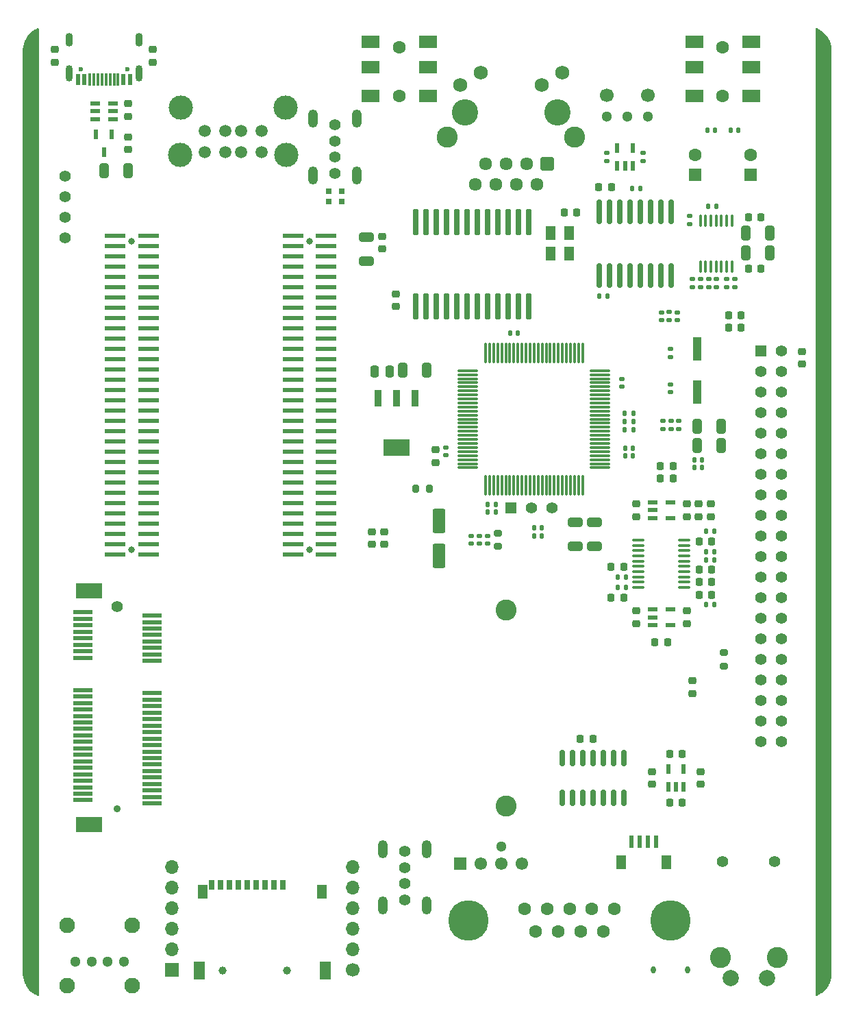
<source format=gts>
G04 #@! TF.GenerationSoftware,KiCad,Pcbnew,9.0.0*
G04 #@! TF.CreationDate,2025-03-14T14:49:40-04:00*
G04 #@! TF.ProjectId,MiniCamel_long_rev.A,4d696e69-4361-46d6-956c-5f6c6f6e675f,2.1*
G04 #@! TF.SameCoordinates,PX16e3600PY6052340*
G04 #@! TF.FileFunction,Soldermask,Top*
G04 #@! TF.FilePolarity,Negative*
%FSLAX46Y46*%
G04 Gerber Fmt 4.6, Leading zero omitted, Abs format (unit mm)*
G04 Created by KiCad (PCBNEW 9.0.0) date 2025-03-14 14:49:40*
%MOMM*%
%LPD*%
G01*
G04 APERTURE LIST*
G04 Aperture macros list*
%AMRoundRect*
0 Rectangle with rounded corners*
0 $1 Rounding radius*
0 $2 $3 $4 $5 $6 $7 $8 $9 X,Y pos of 4 corners*
0 Add a 4 corners polygon primitive as box body*
4,1,4,$2,$3,$4,$5,$6,$7,$8,$9,$2,$3,0*
0 Add four circle primitives for the rounded corners*
1,1,$1+$1,$2,$3*
1,1,$1+$1,$4,$5*
1,1,$1+$1,$6,$7*
1,1,$1+$1,$8,$9*
0 Add four rect primitives between the rounded corners*
20,1,$1+$1,$2,$3,$4,$5,0*
20,1,$1+$1,$4,$5,$6,$7,0*
20,1,$1+$1,$6,$7,$8,$9,0*
20,1,$1+$1,$8,$9,$2,$3,0*%
G04 Aperture macros list end*
%ADD10RoundRect,0.250000X0.650000X-0.325000X0.650000X0.325000X-0.650000X0.325000X-0.650000X-0.325000X0*%
%ADD11RoundRect,0.225000X-0.225000X-0.250000X0.225000X-0.250000X0.225000X0.250000X-0.225000X0.250000X0*%
%ADD12RoundRect,0.140000X-0.170000X0.140000X-0.170000X-0.140000X0.170000X-0.140000X0.170000X0.140000X0*%
%ADD13RoundRect,0.140000X0.140000X0.170000X-0.140000X0.170000X-0.140000X-0.170000X0.140000X-0.170000X0*%
%ADD14RoundRect,0.225000X-0.250000X0.225000X-0.250000X-0.225000X0.250000X-0.225000X0.250000X0.225000X0*%
%ADD15C,2.000000*%
%ADD16C,2.600000*%
%ADD17R,1.600000X1.600000*%
%ADD18C,1.600000*%
%ADD19RoundRect,0.225000X0.225000X0.250000X-0.225000X0.250000X-0.225000X-0.250000X0.225000X-0.250000X0*%
%ADD20RoundRect,0.135000X-0.135000X-0.185000X0.135000X-0.185000X0.135000X0.185000X-0.135000X0.185000X0*%
%ADD21R,2.200000X1.600000*%
%ADD22RoundRect,0.135000X-0.185000X0.135000X-0.185000X-0.135000X0.185000X-0.135000X0.185000X0.135000X0*%
%ADD23RoundRect,0.135000X0.185000X-0.135000X0.185000X0.135000X-0.185000X0.135000X-0.185000X-0.135000X0*%
%ADD24RoundRect,0.100000X-0.100000X0.637500X-0.100000X-0.637500X0.100000X-0.637500X0.100000X0.637500X0*%
%ADD25RoundRect,0.225000X0.250000X-0.225000X0.250000X0.225000X-0.250000X0.225000X-0.250000X-0.225000X0*%
%ADD26RoundRect,0.162500X0.162500X-1.462500X0.162500X1.462500X-0.162500X1.462500X-0.162500X-1.462500X0*%
%ADD27R,0.600000X1.200000*%
%ADD28RoundRect,0.200000X-0.200000X-0.275000X0.200000X-0.275000X0.200000X0.275000X-0.200000X0.275000X0*%
%ADD29RoundRect,0.140000X0.170000X-0.140000X0.170000X0.140000X-0.170000X0.140000X-0.170000X-0.140000X0*%
%ADD30C,1.397000*%
%ADD31C,1.300000*%
%ADD32C,1.700000*%
%ADD33R,1.200000X0.600000*%
%ADD34R,1.000000X3.000000*%
%ADD35R,1.700000X1.700000*%
%ADD36O,1.700000X1.700000*%
%ADD37RoundRect,0.140000X-0.140000X-0.170000X0.140000X-0.170000X0.140000X0.170000X-0.140000X0.170000X0*%
%ADD38R,0.950000X2.150000*%
%ADD39R,3.250000X2.150000*%
%ADD40RoundRect,0.135000X0.135000X0.185000X-0.135000X0.185000X-0.135000X-0.185000X0.135000X-0.185000X0*%
%ADD41RoundRect,0.100000X0.637500X0.100000X-0.637500X0.100000X-0.637500X-0.100000X0.637500X-0.100000X0*%
%ADD42C,1.400000*%
%ADD43C,0.900000*%
%ADD44R,2.400000X0.600000*%
%ADD45R,3.200000X1.900000*%
%ADD46RoundRect,0.162500X0.162500X-1.337500X0.162500X1.337500X-0.162500X1.337500X-0.162500X-1.337500X0*%
%ADD47R,1.530000X1.530000*%
%ADD48C,1.550000*%
%ADD49RoundRect,0.250000X0.550000X-1.250000X0.550000X1.250000X-0.550000X1.250000X-0.550000X-1.250000X0*%
%ADD50RoundRect,0.075000X-0.075000X1.162500X-0.075000X-1.162500X0.075000X-1.162500X0.075000X1.162500X0*%
%ADD51RoundRect,0.075000X-1.162500X0.075000X-1.162500X-0.075000X1.162500X-0.075000X1.162500X0.075000X0*%
%ADD52R,1.397000X1.397000*%
%ADD53R,0.700000X0.700000*%
%ADD54C,1.420000*%
%ADD55O,1.250000X2.250000*%
%ADD56R,1.300000X1.800000*%
%ADD57R,1.200000X1.800000*%
%ADD58R,0.600000X1.550000*%
%ADD59C,3.250000*%
%ADD60RoundRect,0.102000X-0.704000X-0.704000X0.704000X-0.704000X0.704000X0.704000X-0.704000X0.704000X0*%
%ADD61C,1.612000*%
%ADD62C,1.734000*%
%ADD63C,2.604000*%
%ADD64RoundRect,0.200000X0.275000X-0.200000X0.275000X0.200000X-0.275000X0.200000X-0.275000X-0.200000X0*%
%ADD65C,0.800000*%
%ADD66R,2.600000X0.630000*%
%ADD67C,0.600000*%
%ADD68R,0.600000X1.440000*%
%ADD69R,0.300000X1.500000*%
%ADD70O,0.900000X2.000000*%
%ADD71O,0.900000X1.700000*%
%ADD72RoundRect,0.250000X0.325000X0.650000X-0.325000X0.650000X-0.325000X-0.650000X0.325000X-0.650000X0*%
%ADD73RoundRect,0.150000X-0.150000X0.825000X-0.150000X-0.825000X0.150000X-0.825000X0.150000X0.825000X0*%
%ADD74C,1.000000*%
%ADD75R,0.700000X1.300000*%
%ADD76R,1.400000X2.200000*%
%ADD77R,1.200000X1.700000*%
%ADD78RoundRect,0.250000X0.250000X0.475000X-0.250000X0.475000X-0.250000X-0.475000X0.250000X-0.475000X0*%
%ADD79RoundRect,0.250000X-0.325000X-0.650000X0.325000X-0.650000X0.325000X0.650000X-0.325000X0.650000X0*%
%ADD80C,1.500000*%
%ADD81C,3.000000*%
%ADD82C,5.000000*%
%ADD83RoundRect,0.250000X-0.650000X0.325000X-0.650000X-0.325000X0.650000X-0.325000X0.650000X0.325000X0*%
%ADD84C,1.950000*%
%ADD85O,0.600000X0.900000*%
G04 APERTURE END LIST*
D10*
X83900000Y5635000D03*
X83900000Y8585000D03*
D11*
X95595000Y-19990000D03*
X97145000Y-19990000D03*
D12*
X73064871Y6910000D03*
X73064871Y5950000D03*
D13*
X74070000Y10830000D03*
X73110000Y10830000D03*
D14*
X100710000Y10860000D03*
X100710000Y9310000D03*
D15*
X103108524Y-47670025D03*
X107608524Y-47670025D03*
D16*
X101858524Y-45170025D03*
X108858524Y-45170025D03*
D17*
X98740000Y51500000D03*
D18*
X98740000Y54000000D03*
D19*
X86075000Y-18180000D03*
X84525000Y-18180000D03*
D20*
X100060000Y-1590000D03*
X101080000Y-1590000D03*
D13*
X99585000Y16325000D03*
X98625000Y16325000D03*
D18*
X62170000Y67280000D03*
X62170000Y61280000D03*
D21*
X58620000Y64780000D03*
X65720000Y64780000D03*
X58620000Y67980000D03*
X65720000Y67980000D03*
X58620000Y61280000D03*
X65720000Y61280000D03*
D22*
X87840000Y54250000D03*
X87840000Y53230000D03*
D14*
X111950000Y29695000D03*
X111950000Y28145000D03*
D23*
X96740000Y20070000D03*
X96740000Y21090000D03*
D12*
X67940000Y17830000D03*
X67940000Y16870000D03*
D20*
X90050000Y22020000D03*
X91070000Y22020000D03*
D23*
X92300000Y53230000D03*
X92300000Y54250000D03*
D11*
X88340000Y3120000D03*
X89890000Y3120000D03*
D13*
X76820000Y31960000D03*
X75860000Y31960000D03*
D24*
X103290090Y45862500D03*
X102640090Y45862500D03*
X101990090Y45862500D03*
X101340090Y45862500D03*
X100690090Y45862500D03*
X100040090Y45862500D03*
X99390090Y45862500D03*
X99390090Y40137500D03*
X100040090Y40137500D03*
X100690090Y40137500D03*
X101340090Y40137500D03*
X101990090Y40137500D03*
X102640090Y40137500D03*
X103290090Y40137500D03*
D25*
X97675000Y9310000D03*
X97675000Y10860000D03*
D26*
X64220000Y35240000D03*
X65490000Y35240000D03*
X66760000Y35240000D03*
X68030000Y35240000D03*
X69300000Y35240000D03*
X70570000Y35240000D03*
X71840000Y35240000D03*
X73110000Y35240000D03*
X74380000Y35240000D03*
X75650000Y35240000D03*
X76920000Y35240000D03*
X78190000Y35240000D03*
X78190000Y45690000D03*
X76920000Y45690000D03*
X75650000Y45690000D03*
X74380000Y45690000D03*
X73110000Y45690000D03*
X71840000Y45690000D03*
X70570000Y45690000D03*
X69300000Y45690000D03*
X68030000Y45690000D03*
X66760000Y45690000D03*
X65490000Y45690000D03*
X64220000Y45690000D03*
D22*
X103650000Y38670000D03*
X103650000Y37650000D03*
D27*
X89120000Y52640000D03*
X90070000Y52640000D03*
X91020000Y52640000D03*
X91020000Y54840000D03*
X89120000Y54840000D03*
D28*
X64205000Y12740000D03*
X65855000Y12740000D03*
D29*
X95680000Y29020000D03*
X95680000Y29980000D03*
D25*
X61720000Y35255000D03*
X61720000Y36805000D03*
D30*
X20800000Y43710000D03*
X20800000Y46250000D03*
X20800000Y48790000D03*
X20800000Y51330000D03*
D31*
X92930000Y58710000D03*
X90390000Y58710000D03*
X87850000Y58710000D03*
D32*
X92930000Y61330000D03*
X87850000Y61330000D03*
D33*
X93447500Y-2185000D03*
X93447500Y-3135000D03*
X93447500Y-4085000D03*
X95647500Y-4085000D03*
X95647500Y-2185000D03*
X93447500Y11035000D03*
X93447500Y10085000D03*
X93447500Y9135000D03*
X95647500Y9135000D03*
X95647500Y11035000D03*
D13*
X99585000Y15350000D03*
X98625000Y15350000D03*
D12*
X98060000Y46420000D03*
X98060000Y45460000D03*
D25*
X31687500Y65445000D03*
X31687500Y66995000D03*
D19*
X89895000Y-710000D03*
X88345000Y-710000D03*
X96000000Y15510000D03*
X94450000Y15510000D03*
D25*
X28600000Y58745000D03*
X28600000Y60295000D03*
D18*
X102160000Y67280000D03*
X102160000Y61280000D03*
D21*
X98610000Y64780000D03*
X105710000Y64780000D03*
X98610000Y67980000D03*
X105710000Y67980000D03*
X98610000Y61280000D03*
X105710000Y61280000D03*
D11*
X102865000Y34150000D03*
X104415000Y34150000D03*
D34*
X98970000Y24660000D03*
X98970000Y30000000D03*
D35*
X34057270Y-46659968D03*
D36*
X34057270Y-44119968D03*
X34057270Y-41579968D03*
X34057270Y-39039968D03*
X34057270Y-36499968D03*
X34057270Y-33959968D03*
D32*
X56407270Y-46659968D03*
D36*
X56407270Y-44119968D03*
X56407270Y-41579968D03*
X56407270Y-39039968D03*
X56407270Y-36499968D03*
X56407270Y-33959968D03*
D22*
X95540000Y34570000D03*
X95540000Y33550000D03*
D37*
X73110000Y9850000D03*
X74070000Y9850000D03*
D25*
X97675000Y-3910000D03*
X97675000Y-2360000D03*
D12*
X101380000Y38620000D03*
X101380000Y37660000D03*
D38*
X64110000Y23910000D03*
X61810000Y23910000D03*
D39*
X61810000Y17860000D03*
D38*
X59510000Y23910000D03*
D40*
X90200000Y550000D03*
X89180000Y550000D03*
D19*
X96000000Y13990000D03*
X94450000Y13990000D03*
D37*
X90080000Y16770000D03*
X91040000Y16770000D03*
D20*
X100060000Y3970000D03*
X101080000Y3970000D03*
D19*
X88385000Y49960000D03*
X86835000Y49960000D03*
D41*
X97410000Y550000D03*
X97410000Y1200000D03*
X97410000Y1850000D03*
X97410000Y2500000D03*
X97410000Y3150000D03*
X97410000Y3800000D03*
X97410000Y4450000D03*
X97410000Y5100000D03*
X97410000Y5750000D03*
X97410000Y6400000D03*
X91685000Y6400000D03*
X91685000Y5750000D03*
X91685000Y5100000D03*
X91685000Y4450000D03*
X91685000Y3800000D03*
X91685000Y3150000D03*
X91685000Y2500000D03*
X91685000Y1850000D03*
X91685000Y1200000D03*
X91685000Y550000D03*
D42*
X27310000Y-1830000D03*
D16*
X75360000Y-2230000D03*
X75360000Y-26430000D03*
D43*
X27310000Y-26830000D03*
D44*
X23010000Y-2530000D03*
X31610000Y-2930000D03*
X23010000Y-3330000D03*
X31610000Y-3730000D03*
X23010000Y-4130000D03*
X31610000Y-4530000D03*
X23010000Y-4930000D03*
X31610000Y-5330000D03*
X23010000Y-5730000D03*
X31610000Y-6130000D03*
X23010000Y-6530000D03*
X31610000Y-6930000D03*
X23010000Y-7330000D03*
X31610000Y-7730000D03*
X23010000Y-8130000D03*
X31610000Y-8530000D03*
X23010000Y-12130000D03*
X31610000Y-12530000D03*
X23010000Y-12930000D03*
X31610000Y-13330000D03*
X23010000Y-13730000D03*
X31610000Y-14130000D03*
X23010000Y-14530000D03*
X31610000Y-14930000D03*
X23010000Y-15330000D03*
X31610000Y-15730000D03*
X23010000Y-16130000D03*
X31610000Y-16530000D03*
X23010000Y-16930000D03*
X31610000Y-17330000D03*
X23010000Y-17730000D03*
X31610000Y-18130000D03*
X23010000Y-18530000D03*
X31610000Y-18930000D03*
X23010000Y-19330000D03*
X31610000Y-19730000D03*
X23010000Y-20130000D03*
X31610000Y-20530000D03*
X23010000Y-20930000D03*
X31610000Y-21330000D03*
X23010000Y-21730000D03*
X31610000Y-22130000D03*
X23010000Y-22530000D03*
X31610000Y-22930000D03*
X23010000Y-23330000D03*
X31610000Y-23730000D03*
X23010000Y-24130000D03*
X31610000Y-24530000D03*
X23010000Y-24930000D03*
X31610000Y-25330000D03*
X23010000Y-25730000D03*
X31610000Y-26130000D03*
D45*
X23810000Y120000D03*
X23810000Y-28780000D03*
D46*
X86855000Y39050000D03*
X88125000Y39050000D03*
X89395000Y39050000D03*
X90665000Y39050000D03*
X91935000Y39050000D03*
X93205000Y39050000D03*
X94475000Y39050000D03*
X95745000Y39050000D03*
X95745000Y46950000D03*
X94475000Y46950000D03*
X93205000Y46950000D03*
X91935000Y46950000D03*
X90665000Y46950000D03*
X89395000Y46950000D03*
X88125000Y46950000D03*
X86855000Y46950000D03*
D25*
X91420000Y-3910000D03*
X91420000Y-2360000D03*
D19*
X106890000Y46275000D03*
X105340000Y46275000D03*
D12*
X96530000Y34540000D03*
X96530000Y33580000D03*
D27*
X26590000Y56510000D03*
X25640000Y54310000D03*
X24690000Y56510000D03*
D30*
X102087600Y-33302400D03*
X108590000Y-33302400D03*
D25*
X91420000Y9310000D03*
X91420000Y10860000D03*
D31*
X74740000Y-31430000D03*
D47*
X69660000Y-33590000D03*
D48*
X72200000Y-33590000D03*
X74740000Y-33590000D03*
X77280000Y-33590000D03*
D19*
X106890000Y39950000D03*
X105340000Y39950000D03*
D49*
X67075000Y4404000D03*
X67075000Y8804000D03*
D25*
X60300000Y5850000D03*
X60300000Y7400000D03*
D37*
X78830000Y6900000D03*
X79790000Y6900000D03*
D50*
X84822500Y29492500D03*
X84322500Y29492500D03*
X83822500Y29492500D03*
X83322500Y29492500D03*
X82822500Y29492500D03*
X82322500Y29492500D03*
X81822500Y29492500D03*
X81322500Y29492500D03*
X80822500Y29492500D03*
X80322500Y29492500D03*
X79822500Y29492500D03*
X79322500Y29492500D03*
X78822500Y29492500D03*
X78322500Y29492500D03*
X77822500Y29492500D03*
X77322500Y29492500D03*
X76822500Y29492500D03*
X76322500Y29492500D03*
X75822500Y29492500D03*
X75322500Y29492500D03*
X74822500Y29492500D03*
X74322500Y29492500D03*
X73822500Y29492500D03*
X73322500Y29492500D03*
X72822500Y29492500D03*
D51*
X70660000Y27330000D03*
X70660000Y26830000D03*
X70660000Y26330000D03*
X70660000Y25830000D03*
X70660000Y25330000D03*
X70660000Y24830000D03*
X70660000Y24330000D03*
X70660000Y23830000D03*
X70660000Y23330000D03*
X70660000Y22830000D03*
X70660000Y22330000D03*
X70660000Y21830000D03*
X70660000Y21330000D03*
X70660000Y20830000D03*
X70660000Y20330000D03*
X70660000Y19830000D03*
X70660000Y19330000D03*
X70660000Y18830000D03*
X70660000Y18330000D03*
X70660000Y17830000D03*
X70660000Y17330000D03*
X70660000Y16830000D03*
X70660000Y16330000D03*
X70660000Y15830000D03*
X70660000Y15330000D03*
D50*
X72822500Y13167500D03*
X73322500Y13167500D03*
X73822500Y13167500D03*
X74322500Y13167500D03*
X74822500Y13167500D03*
X75322500Y13167500D03*
X75822500Y13167500D03*
X76322500Y13167500D03*
X76822500Y13167500D03*
X77322500Y13167500D03*
X77822500Y13167500D03*
X78322500Y13167500D03*
X78822500Y13167500D03*
X79322500Y13167500D03*
X79822500Y13167500D03*
X80322500Y13167500D03*
X80822500Y13167500D03*
X81322500Y13167500D03*
X81822500Y13167500D03*
X82322500Y13167500D03*
X82822500Y13167500D03*
X83322500Y13167500D03*
X83822500Y13167500D03*
X84322500Y13167500D03*
X84822500Y13167500D03*
D51*
X86985000Y15330000D03*
X86985000Y15830000D03*
X86985000Y16330000D03*
X86985000Y16830000D03*
X86985000Y17330000D03*
X86985000Y17830000D03*
X86985000Y18330000D03*
X86985000Y18830000D03*
X86985000Y19330000D03*
X86985000Y19830000D03*
X86985000Y20330000D03*
X86985000Y20830000D03*
X86985000Y21330000D03*
X86985000Y21830000D03*
X86985000Y22330000D03*
X86985000Y22830000D03*
X86985000Y23330000D03*
X86985000Y23830000D03*
X86985000Y24330000D03*
X86985000Y24830000D03*
X86985000Y25330000D03*
X86985000Y25830000D03*
X86985000Y26330000D03*
X86985000Y26830000D03*
X86985000Y27330000D03*
D40*
X91930000Y49820000D03*
X90910000Y49820000D03*
D52*
X106830000Y29730000D03*
D30*
X109370000Y29730000D03*
X106830000Y27190000D03*
X109370000Y27190000D03*
X106830000Y24650000D03*
X109370000Y24650000D03*
X106830000Y22110000D03*
X109370000Y22110000D03*
X106830000Y19570000D03*
X109370000Y19570000D03*
X106830000Y17030000D03*
X109370000Y17030000D03*
X106830000Y14490000D03*
X109370000Y14490000D03*
X106830000Y11950000D03*
X109370000Y11950000D03*
X106830000Y9410000D03*
X109370000Y9410000D03*
X106830000Y6870000D03*
X109370000Y6870000D03*
X106830000Y4330000D03*
X109370000Y4330000D03*
X106830000Y1790000D03*
X109370000Y1790000D03*
X106830000Y-750000D03*
X109370000Y-750000D03*
X106830000Y-3290000D03*
X109370000Y-3290000D03*
X106830000Y-5830000D03*
X109370000Y-5830000D03*
X106830000Y-8370000D03*
X109370000Y-8370000D03*
X106830000Y-10910000D03*
X109370000Y-10910000D03*
X106830000Y-13450000D03*
X109370000Y-13450000D03*
X106830000Y-15990000D03*
X109370000Y-15990000D03*
X106830000Y-18530000D03*
X109370000Y-18530000D03*
D25*
X19602500Y65445000D03*
X19602500Y66995000D03*
D12*
X71084871Y6910000D03*
X71084871Y5950000D03*
D20*
X90050000Y20040000D03*
X91070000Y20040000D03*
D53*
X55012500Y48178203D03*
X53412500Y48178203D03*
X53412500Y49478203D03*
X55012500Y49478203D03*
D52*
X75940000Y10400000D03*
D30*
X78480000Y10400000D03*
X81020000Y10400000D03*
D54*
X62837500Y-32038000D03*
X62837500Y-34038000D03*
X62837500Y-36038000D03*
X62837500Y-38038000D03*
D55*
X65572500Y-31768000D03*
X65572500Y-38768000D03*
X60102500Y-31768000D03*
X60102500Y-38768000D03*
D56*
X83160000Y41790000D03*
X83160000Y44330000D03*
X80860000Y44330000D03*
X80860000Y41790000D03*
D57*
X95170000Y-33380000D03*
D58*
X93870000Y-30855000D03*
D57*
X89570000Y-33380000D03*
D58*
X92870000Y-30855000D03*
X91870000Y-30855000D03*
X90870000Y-30855000D03*
D59*
X70260000Y59220000D03*
X81690000Y59220000D03*
D60*
X80420000Y52870000D03*
D61*
X79150000Y50330000D03*
X77880000Y52870000D03*
X76610000Y50330000D03*
X75340000Y52870000D03*
X74070000Y50330000D03*
X72800000Y52870000D03*
X71530000Y50330000D03*
D62*
X82300000Y64120000D03*
X79760000Y62600000D03*
X72190000Y64120000D03*
X69650000Y62600000D03*
D63*
X83850000Y56170000D03*
X68100000Y56170000D03*
D13*
X101198533Y57000000D03*
X100238533Y57000000D03*
D11*
X99225000Y1190000D03*
X100775000Y1190000D03*
D33*
X24540000Y60310000D03*
X24540000Y59360000D03*
X24540000Y58410000D03*
X26740000Y58410000D03*
X26740000Y59360000D03*
X26740000Y60310000D03*
D64*
X74335000Y5605000D03*
X74335000Y7255000D03*
D65*
X29080000Y43335000D03*
X29080000Y5235000D03*
X51080000Y43335000D03*
X51080000Y5235000D03*
D66*
X27030000Y43970000D03*
X31130000Y43970000D03*
X27030000Y42700000D03*
X31130000Y42700000D03*
X27030000Y41430000D03*
X31130000Y41430000D03*
X27030000Y40160000D03*
X31130000Y40160000D03*
X27030000Y38890000D03*
X31130000Y38890000D03*
X27030000Y37620000D03*
X31130000Y37620000D03*
X27030000Y36350000D03*
X31130000Y36350000D03*
X27030000Y35080000D03*
X31130000Y35080000D03*
X27030000Y33810000D03*
X31130000Y33810000D03*
X27030000Y32540000D03*
X31130000Y32540000D03*
X27030000Y31270000D03*
X31130000Y31270000D03*
X27030000Y30000000D03*
X31130000Y30000000D03*
X27030000Y28730000D03*
X31130000Y28730000D03*
X27030000Y27460000D03*
X31130000Y27460000D03*
X27030000Y26190000D03*
X31130000Y26190000D03*
X27030000Y24920000D03*
X31130000Y24920000D03*
X27030000Y23650000D03*
X31130000Y23650000D03*
X27030000Y22380000D03*
X31130000Y22380000D03*
X27030000Y21110000D03*
X31130000Y21110000D03*
X27030000Y19840000D03*
X31130000Y19840000D03*
X27030000Y18570000D03*
X31130000Y18570000D03*
X27030000Y17300000D03*
X31130000Y17300000D03*
X27030000Y16030000D03*
X31130000Y16030000D03*
X27030000Y14760000D03*
X31130000Y14760000D03*
X27030000Y13490000D03*
X31130000Y13490000D03*
X27030000Y12220000D03*
X31130000Y12220000D03*
X27030000Y10950000D03*
X31130000Y10950000D03*
X27030000Y9680000D03*
X31130000Y9680000D03*
X27030000Y8410000D03*
X31130000Y8410000D03*
X27030000Y7140000D03*
X31130000Y7140000D03*
X27030000Y5870000D03*
X31130000Y5870000D03*
X27030000Y4600000D03*
X31130000Y4600000D03*
X49030000Y43970000D03*
X53130000Y43970000D03*
X49030000Y42700000D03*
X53130000Y42700000D03*
X49030000Y41430000D03*
X53130000Y41430000D03*
X49030000Y40160000D03*
X53130000Y40160000D03*
X49030000Y38890000D03*
X53130000Y38890000D03*
X49030000Y37620000D03*
X53130000Y37620000D03*
X49030000Y36350000D03*
X53130000Y36350000D03*
X49030000Y35080000D03*
X53130000Y35080000D03*
X49030000Y33810000D03*
X53130000Y33810000D03*
X49030000Y32540000D03*
X53130000Y32530000D03*
X49030000Y31270000D03*
X53130000Y31270000D03*
X49030000Y30000000D03*
X53130000Y30000000D03*
X49030000Y28730000D03*
X53130000Y28730000D03*
X49030000Y27460000D03*
X53130000Y27460000D03*
X49030000Y26190000D03*
X53130000Y26190000D03*
X49030000Y24920000D03*
X53130000Y24920000D03*
X49030000Y23650000D03*
X53130000Y23650000D03*
X49030000Y22380000D03*
X53130000Y22380000D03*
X49030000Y21110000D03*
X53130000Y21110000D03*
X49030000Y19840000D03*
X53130000Y19840000D03*
X49030000Y18570000D03*
X53130000Y18570000D03*
X49030000Y17300000D03*
X53130000Y17300000D03*
X49030000Y16030000D03*
X53130000Y16030000D03*
X49030000Y14760000D03*
X53130000Y14760000D03*
X49030000Y13490000D03*
X53130000Y13490000D03*
X49030000Y12220000D03*
X53130000Y12220000D03*
X49030000Y10950000D03*
X53130000Y10950000D03*
X49030000Y9680000D03*
X53130000Y9680000D03*
X49030000Y8410000D03*
X53130000Y8410000D03*
X49030000Y7140000D03*
X53130000Y7140000D03*
X49030000Y5870000D03*
X53130000Y5870000D03*
X49030000Y4600000D03*
X53130000Y4600000D03*
D11*
X99225000Y-340000D03*
X100775000Y-340000D03*
D67*
X28535000Y64540000D03*
X22755000Y64540000D03*
D68*
X28845000Y63260000D03*
X28045000Y63260000D03*
D69*
X26895000Y63290000D03*
X25895000Y63290000D03*
X25395000Y63290000D03*
X24395000Y63290000D03*
D68*
X23245000Y63260000D03*
X22445000Y63260000D03*
D69*
X23895000Y63290000D03*
X24895000Y63290000D03*
X26395000Y63290000D03*
X27395000Y63290000D03*
D70*
X29970000Y64040000D03*
D71*
X29970000Y68220000D03*
D70*
X21320000Y64040000D03*
D71*
X21320000Y68220000D03*
D14*
X99190000Y10860000D03*
X99190000Y9310000D03*
D12*
X72074871Y6910000D03*
X72074871Y5950000D03*
D72*
X101975000Y18050000D03*
X99025000Y18050000D03*
D14*
X99380000Y-22225000D03*
X99380000Y-23775000D03*
D20*
X100060000Y7470000D03*
X101080000Y7470000D03*
D22*
X94760000Y21090000D03*
X94760000Y20070000D03*
D73*
X89950000Y-20525000D03*
X88680000Y-20525000D03*
X87410000Y-20525000D03*
X86140000Y-20525000D03*
X84870000Y-20525000D03*
X83600000Y-20525000D03*
X82330000Y-20525000D03*
X82330000Y-25475000D03*
X83600000Y-25475000D03*
X84870000Y-25475000D03*
X86140000Y-25475000D03*
X87410000Y-25475000D03*
X88680000Y-25475000D03*
X89950000Y-25475000D03*
D25*
X98360000Y-12535000D03*
X98360000Y-10985000D03*
D74*
X40270000Y-46780000D03*
X48270000Y-46780000D03*
D75*
X47780000Y-36230000D03*
X46680000Y-36230000D03*
X45580000Y-36230000D03*
X44480000Y-36230000D03*
X43380000Y-36230000D03*
X42280000Y-36230000D03*
X41180000Y-36230000D03*
X40080000Y-36230000D03*
X38980000Y-36230000D03*
D76*
X37460000Y-46780000D03*
D77*
X37880000Y-37080000D03*
X52560000Y-37080000D03*
D76*
X52980000Y-46780000D03*
D20*
X100310000Y47590000D03*
X101330000Y47590000D03*
D11*
X99225000Y6200000D03*
X100775000Y6200000D03*
D10*
X86260000Y5635000D03*
X86260000Y8585000D03*
D27*
X95420000Y-24100000D03*
X96370000Y-24100000D03*
X97320000Y-24100000D03*
X97320000Y-21900000D03*
X95420000Y-21900000D03*
D72*
X101975000Y20425000D03*
X99025000Y20425000D03*
D23*
X99390000Y37650000D03*
X99390000Y38670000D03*
D78*
X60980000Y27230000D03*
X59080000Y27230000D03*
D14*
X66680000Y17545000D03*
X66680000Y15995000D03*
D79*
X104975000Y44325000D03*
X107925000Y44325000D03*
D22*
X95750000Y21090000D03*
X95750000Y20070000D03*
D80*
X45110000Y54350000D03*
X42610000Y54350000D03*
X40610000Y54350000D03*
X38110000Y54350000D03*
X45110000Y56950000D03*
X42610000Y56950000D03*
X40610000Y56950000D03*
X38110000Y56950000D03*
D81*
X48160000Y54000000D03*
X48110000Y59800000D03*
X35110000Y59800000D03*
X35060000Y54000000D03*
D20*
X89180000Y1860000D03*
X90200000Y1860000D03*
D79*
X104975000Y41900000D03*
X107925000Y41900000D03*
D14*
X58760000Y7400000D03*
X58760000Y5850000D03*
D12*
X95670000Y25630000D03*
X95670000Y24670000D03*
D79*
X25635000Y52030000D03*
X28585000Y52030000D03*
X62610000Y27400000D03*
X65560000Y27400000D03*
D11*
X82575000Y46870000D03*
X84125000Y46870000D03*
D25*
X93360000Y-23775000D03*
X93360000Y-22225000D03*
X28601429Y54635000D03*
X28601429Y56185000D03*
D20*
X100060000Y4950000D03*
X101080000Y4950000D03*
D14*
X60060000Y43894618D03*
X60060000Y42344618D03*
D64*
X102320000Y-9180000D03*
X102320000Y-7530000D03*
D20*
X90050000Y21030000D03*
X91070000Y21030000D03*
D37*
X103121467Y57000000D03*
X104081467Y57000000D03*
D18*
X77660000Y-39150000D03*
X80430000Y-39150000D03*
X83200000Y-39150000D03*
X85970000Y-39150000D03*
X88740000Y-39150000D03*
X79045000Y-41990000D03*
X81815000Y-41990000D03*
X84585000Y-41990000D03*
X87355000Y-41990000D03*
D82*
X95695000Y-40570000D03*
X70705000Y-40570000D03*
D12*
X89660000Y26320000D03*
X89660000Y25360000D03*
D13*
X91040000Y17750000D03*
X90080000Y17750000D03*
D19*
X95322500Y-6262500D03*
X93772500Y-6262500D03*
D13*
X79790000Y7920000D03*
X78830000Y7920000D03*
D83*
X58120000Y43780000D03*
X58120000Y40830000D03*
D23*
X102650000Y37650000D03*
X102650000Y38670000D03*
D54*
X54212500Y51698000D03*
X54212500Y53698000D03*
X54212500Y55698000D03*
X54212500Y57698000D03*
D55*
X51477500Y51428000D03*
X51477500Y58428000D03*
X56947500Y51428000D03*
X56947500Y58428000D03*
D11*
X95595000Y-26010000D03*
X97145000Y-26010000D03*
D12*
X98400000Y38620000D03*
X98400000Y37660000D03*
D11*
X99225000Y2720000D03*
X100775000Y2720000D03*
D22*
X100390000Y38670000D03*
X100390000Y37650000D03*
D17*
X105580000Y51500000D03*
D18*
X105580000Y54000000D03*
D31*
X22120000Y-45650000D03*
X24120000Y-45650000D03*
X26120000Y-45650000D03*
X28120000Y-45650000D03*
D84*
X21120000Y-48650000D03*
X29120000Y-48650000D03*
X29120000Y-41150000D03*
X21120000Y-41150000D03*
D12*
X94550000Y34540000D03*
X94550000Y33580000D03*
D19*
X104415000Y32620000D03*
X102865000Y32620000D03*
D40*
X87870000Y36530000D03*
X86850000Y36530000D03*
D85*
X97835000Y-46695000D03*
X93585000Y-46695000D03*
G36*
X113777835Y69616030D02*
G01*
X114056015Y69482066D01*
X114068186Y69475340D01*
X114341484Y69303617D01*
X114352825Y69295570D01*
X114605158Y69094342D01*
X114615526Y69085077D01*
X114843759Y68856846D01*
X114853025Y68846477D01*
X115054262Y68594134D01*
X115062308Y68582794D01*
X115234025Y68309511D01*
X115240752Y68297340D01*
X115380795Y68006542D01*
X115386116Y67993695D01*
X115492718Y67689051D01*
X115496568Y67675689D01*
X115568391Y67361019D01*
X115570720Y67347310D01*
X115606956Y67025722D01*
X115607724Y67013577D01*
X115609988Y66852176D01*
X115610000Y66850437D01*
X115610000Y-47147799D01*
X115609989Y-47149487D01*
X115607791Y-47310920D01*
X115607022Y-47323115D01*
X115570791Y-47644686D01*
X115568462Y-47658395D01*
X115496642Y-47973071D01*
X115492793Y-47986433D01*
X115386188Y-48291099D01*
X115380866Y-48303946D01*
X115240825Y-48594745D01*
X115234099Y-48606915D01*
X115062376Y-48880214D01*
X115054329Y-48891555D01*
X114853092Y-49143900D01*
X114843827Y-49154269D01*
X114615588Y-49382510D01*
X114605219Y-49391776D01*
X114352872Y-49593017D01*
X114341531Y-49601064D01*
X114068233Y-49772789D01*
X114056063Y-49779515D01*
X113787767Y-49908721D01*
X113718826Y-49920073D01*
X113654691Y-49892351D01*
X113615725Y-49834356D01*
X113609965Y-49797011D01*
X113600034Y69504300D01*
X113619713Y69571341D01*
X113672513Y69617100D01*
X113741671Y69627049D01*
X113777835Y69616030D01*
G37*
G36*
X17575194Y69598934D02*
G01*
X17614186Y69540956D01*
X17619964Y69503537D01*
X17610032Y-49796915D01*
X17590342Y-49863953D01*
X17537534Y-49909704D01*
X17468375Y-49919641D01*
X17432231Y-49908625D01*
X17163975Y-49779440D01*
X17151804Y-49772714D01*
X16878513Y-49600994D01*
X16867172Y-49592947D01*
X16614826Y-49391708D01*
X16604458Y-49382442D01*
X16376237Y-49154221D01*
X16366971Y-49143853D01*
X16165732Y-48891507D01*
X16157685Y-48880166D01*
X15985965Y-48606875D01*
X15979239Y-48594705D01*
X15839201Y-48303913D01*
X15833879Y-48291066D01*
X15727275Y-47986409D01*
X15723426Y-47973046D01*
X15651606Y-47658380D01*
X15649277Y-47644672D01*
X15613042Y-47323082D01*
X15612274Y-47310936D01*
X15610012Y-47149535D01*
X15610000Y-47147797D01*
X15610000Y66849119D01*
X15610014Y66850949D01*
X15612395Y67012292D01*
X15613164Y67024373D01*
X15649478Y67346021D01*
X15651808Y67359720D01*
X15723681Y67674404D01*
X15727529Y67687757D01*
X15834166Y67992436D01*
X15839485Y68005274D01*
X15979532Y68296088D01*
X15986253Y68308250D01*
X16157969Y68581584D01*
X16166009Y68592918D01*
X16367224Y68845315D01*
X16376481Y68855679D01*
X16604679Y69083984D01*
X16615038Y69093246D01*
X16867339Y69294577D01*
X16878670Y69302623D01*
X17151926Y69474467D01*
X17164085Y69481193D01*
X17442111Y69615242D01*
X17511047Y69626626D01*
X17575194Y69598934D01*
G37*
M02*

</source>
